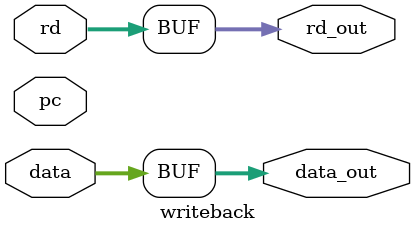
<source format=sv>
`timescale 1ns / 1ps

`include "isa.vh"

module writeback (
    input  wire [63:0]  pc,
    input  wire [63:0]  data,
    input  wire [4:0]   rd,
    output wire [63:0]  data_out,
    output wire [4:0]   rd_out
);

    assign data_out = data;
    assign rd_out   = rd;
    
endmodule

</source>
